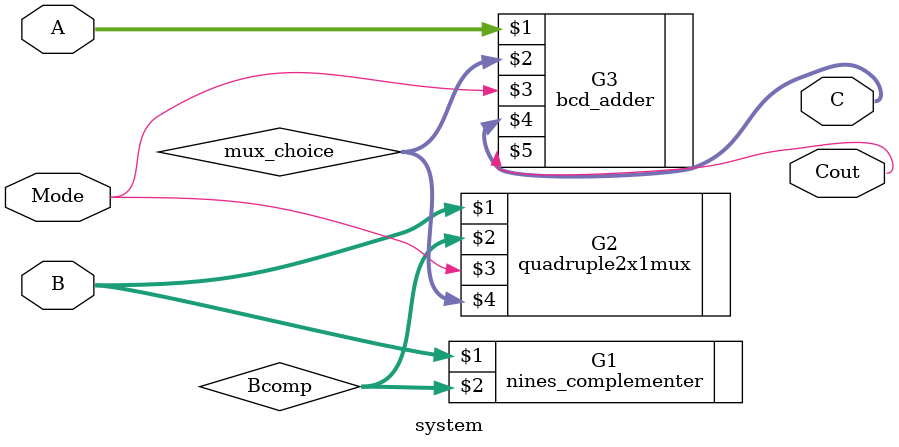
<source format=v>
module system(A, B, Mode, C, Cout);
input [3:0] A;
input [3:0] B;
input Mode;
output [3:0] C;
output Cout;
wire [3:0] Bcomp, mux_choice;
nines_complementer G1(B, Bcomp);
quadruple2x1mux G2(B, Bcomp, Mode, mux_choice);
bcd_adder G3(A, mux_choice, Mode, C, Cout);
endmodule 
</source>
